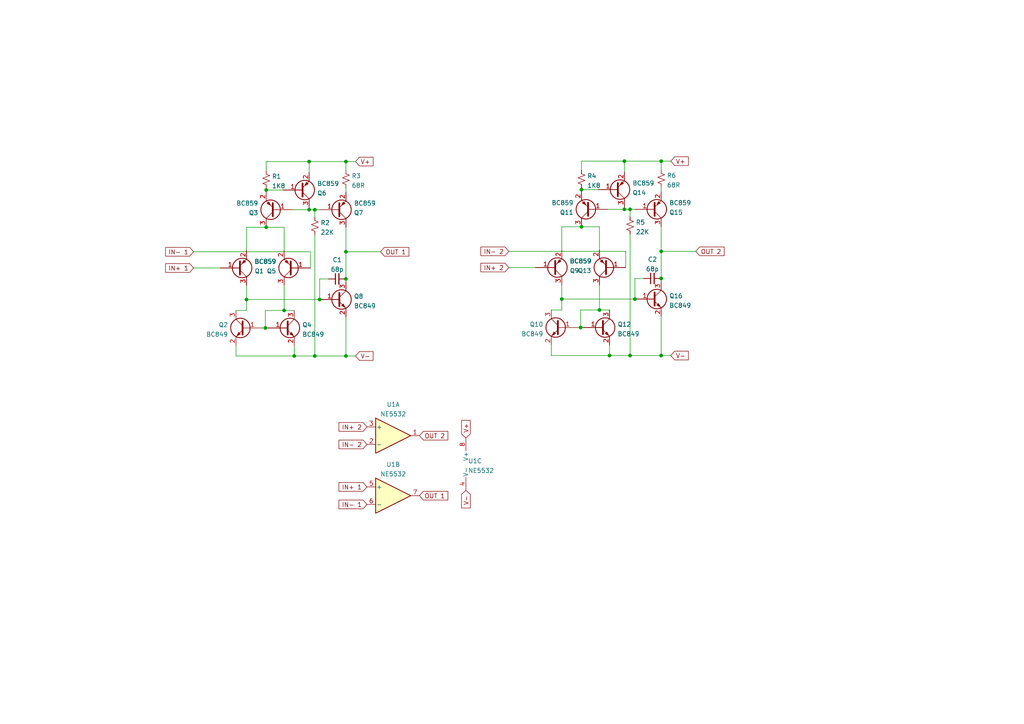
<source format=kicad_sch>
(kicad_sch (version 20211123) (generator eeschema)
  (paper "A4")
  (lib_symbols
    (symbol "Amplifier_Operational:NE5532" (pin_names (offset 0.127))
      (property "Reference" "U" (at 0 5.08 0))
      (property "Value" "NE5532" (at 0 -5.08 0))
      (symbol "NE5532_1_1"
        (polyline (pts (xy -5.08 5.08) (xy 5.08 0) (xy -5.08 -5.08) (xy -5.08 5.08)) (stroke (width 0.254)) (fill (type background)))
        (pin output line (at 7.62 0 180) (length 2.54) (name "~") (number "1"))
        (pin input line (at -7.62 -2.54 0) (length 2.54) (name "-") (number "2"))
        (pin input line (at -7.62 2.54 0) (length 2.54) (name "+") (number "3"))
      )
      (symbol "NE5532_2_1"
        (polyline (pts (xy -5.08 5.08) (xy 5.08 0) (xy -5.08 -5.08) (xy -5.08 5.08)) (stroke (width 0.254)) (fill (type background)))
        (pin input line (at -7.62 2.54 0) (length 2.54) (name "+") (number "5"))
        (pin input line (at -7.62 -2.54 0) (length 2.54) (name "-") (number "6"))
        (pin output line (at 7.62 0 180) (length 2.54) (name "~") (number "7"))
      )
      (symbol "NE5532_3_1"
        (pin power_in line (at -2.54 -7.62 90) (length 3.81) (name "V-") (number "4"))
        (pin power_in line (at -2.54 7.62 270) (length 3.81) (name "V+") (number "8"))
      )
    )
    (symbol "Device:C_Small" (pin_numbers hide) (pin_names (offset 0.254) hide)
      (property "Reference" "C" (at 0.254 1.778 0))
      (property "Value" "C_Small" (at 0.254 -2.032 0))
      (symbol "C_Small_0_1"
        (polyline (pts (xy -1.524 -0.508) (xy 1.524 -0.508)) (stroke (width 0.3302)))
        (polyline (pts (xy -1.524 0.508) (xy 1.524 0.508)) (stroke (width 0.3048)))
      )
      (symbol "C_Small_1_1"
        (pin passive line (at 0 2.54 270) (length 2.032) (name "~") (number "1"))
        (pin passive line (at 0 -2.54 90) (length 2.032) (name "~") (number "2"))
      )
    )
    (symbol "Device:R_Small_US" (pin_numbers hide) (pin_names (offset 0.254) hide)
      (property "Reference" "R" (at 0.762 0.508 0))
      (property "Value" "R_Small_US" (at 0.762 -1.016 0))
      (symbol "R_Small_US_1_1"
        (polyline (pts (xy 0 0) (xy 1.016 -0.381) (xy 0 -0.762) (xy -1.016 -1.143) (xy 0 -1.524)))
        (polyline (pts (xy 0 1.524) (xy 1.016 1.143) (xy 0 0.762) (xy -1.016 0.381) (xy 0 0)))
        (pin passive line (at 0 2.54 270) (length 1.016) (name "~") (number "1"))
        (pin passive line (at 0 -2.54 90) (length 1.016) (name "~") (number "2"))
      )
    )
    (symbol "Transistor_BJT:BC849" (pin_names (offset 0) hide)
      (property "Reference" "Q" (at 5.08 1.905 0))
      (property "Value" "BC849" (at 5.08 0 0))
      (symbol "BC849_0_1"
        (polyline (pts (xy 0.635 0.635) (xy 2.54 2.54)))
        (polyline (pts (xy 0.635 -0.635) (xy 2.54 -2.54) (xy 2.54 -2.54)))
        (polyline (pts (xy 0.635 1.905) (xy 0.635 -1.905) (xy 0.635 -1.905)) (stroke (width 0.508)))
        (polyline (pts (xy 1.27 -1.778) (xy 1.778 -1.27) (xy 2.286 -2.286) (xy 1.27 -1.778) (xy 1.27 -1.778)) (fill (type outline)))
        (circle (center 1.27 0) (radius 2.8194) (stroke (width 0.254)))
      )
      (symbol "BC849_1_1"
        (pin input line (at -5.08 0 0) (length 5.715) (name "B") (number "1"))
        (pin passive line (at 2.54 -5.08 90) (length 2.54) (name "E") (number "2"))
        (pin passive line (at 2.54 5.08 270) (length 2.54) (name "C") (number "3"))
      )
    )
    (symbol "Transistor_BJT:BC859" (pin_names (offset 0) hide)
      (property "Reference" "Q" (at 5.08 1.905 0))
      (property "Value" "BC859" (at 5.08 0 0))
      (symbol "BC859_0_1"
        (polyline (pts (xy 0.635 0.635) (xy 2.54 2.54)))
        (polyline (pts (xy 0.635 -0.635) (xy 2.54 -2.54) (xy 2.54 -2.54)))
        (polyline (pts (xy 0.635 1.905) (xy 0.635 -1.905) (xy 0.635 -1.905)) (stroke (width 0.508)))
        (polyline (pts (xy 2.286 -1.778) (xy 1.778 -2.286) (xy 1.27 -1.27) (xy 2.286 -1.778) (xy 2.286 -1.778)) (fill (type outline)))
        (circle (center 1.27 0) (radius 2.8194) (stroke (width 0.254)))
      )
      (symbol "BC859_1_1"
        (pin input line (at -5.08 0 0) (length 5.715) (name "B") (number "1"))
        (pin passive line (at 2.54 -5.08 90) (length 2.54) (name "E") (number "2"))
        (pin passive line (at 2.54 5.08 270) (length 2.54) (name "C") (number "3"))
      )
    )
  )
  (junction (at 191.77 103.124))
  (junction (at 168.656 65.786))
  (junction (at 168.656 54.991))
  (junction (at 85.344 103.251))
  (junction (at 77.216 65.913))
  (junction (at 191.77 72.898))
  (junction (at 71.501 86.868))
  (junction (at 191.77 46.736))
  (junction (at 176.784 103.124))
  (junction (at 100.33 80.899))
  (junction (at 100.33 103.251))
  (junction (at 181.102 46.736))
  (junction (at 182.753 60.706))
  (junction (at 76.962 95.123))
  (junction (at 182.753 103.124))
  (junction (at 181.102 60.706))
  (junction (at 100.33 73.025))
  (junction (at 168.402 94.996))
  (junction (at 184.15 86.741))
  (junction (at 89.662 60.833))
  (junction (at 100.33 46.863))
  (junction (at 191.77 80.772))
  (junction (at 91.313 103.251))
  (junction (at 77.216 55.118))
  (junction (at 89.662 46.863))
  (junction (at 92.71 86.868))
  (junction (at 82.423 90.043))
  (junction (at 173.863 89.916))
  (junction (at 162.941 86.741))
  (junction (at 91.313 60.833))
  (wire (pts (xy 162.941 86.741) (xy 162.941 82.677)))
  (wire (pts (xy 168.656 46.736) (xy 168.656 49.403)))
  (wire (pts (xy 159.893 103.124) (xy 176.784 103.124)))
  (wire (pts (xy 167.513 94.996) (xy 168.402 94.996)))
  (wire (pts (xy 68.453 100.203) (xy 68.453 103.251)))
  (wire (pts (xy 162.941 72.517) (xy 162.941 65.786)))
  (wire (pts (xy 173.863 89.916) (xy 168.402 89.916)))
  (wire (pts (xy 91.313 60.833) (xy 92.71 60.833)))
  (wire (pts (xy 182.753 60.706) (xy 184.15 60.706)))
  (wire (pts (xy 82.423 90.043) (xy 85.344 90.043)))
  (wire (pts (xy 77.216 55.118) (xy 77.216 55.753)))
  (wire (pts (xy 191.77 72.898) (xy 191.77 80.772)))
  (wire (pts (xy 162.941 65.786) (xy 168.656 65.786)))
  (wire (pts (xy 191.77 46.736) (xy 194.564 46.736)))
  (wire (pts (xy 90.043 73.025) (xy 90.043 77.724)))
  (wire (pts (xy 191.77 103.124) (xy 182.753 103.124)))
  (wire (pts (xy 176.276 60.706) (xy 181.102 60.706)))
  (wire (pts (xy 82.423 65.913) (xy 77.216 65.913)))
  (wire (pts (xy 159.893 100.076) (xy 159.893 103.124)))
  (wire (pts (xy 100.33 49.403) (xy 100.33 46.863)))
  (wire (pts (xy 56.134 73.025) (xy 90.043 73.025)))
  (wire (pts (xy 168.656 54.483) (xy 168.656 54.991)))
  (wire (pts (xy 89.662 46.863) (xy 77.216 46.863)))
  (wire (pts (xy 71.501 86.868) (xy 71.501 82.804)))
  (wire (pts (xy 173.863 72.517) (xy 173.863 65.786)))
  (wire (pts (xy 162.941 86.741) (xy 184.15 86.741)))
  (wire (pts (xy 182.753 103.124) (xy 176.784 103.124)))
  (wire (pts (xy 82.423 82.804) (xy 82.423 90.043)))
  (wire (pts (xy 71.501 90.043) (xy 71.501 86.868)))
  (wire (pts (xy 100.33 46.863) (xy 103.124 46.863)))
  (wire (pts (xy 100.33 46.863) (xy 89.662 46.863)))
  (wire (pts (xy 181.102 60.706) (xy 182.753 60.706)))
  (wire (pts (xy 181.102 46.736) (xy 181.102 49.911)))
  (wire (pts (xy 100.33 103.251) (xy 91.313 103.251)))
  (wire (pts (xy 68.453 103.251) (xy 85.344 103.251)))
  (wire (pts (xy 100.33 91.948) (xy 100.33 103.251)))
  (wire (pts (xy 159.893 89.916) (xy 162.941 89.916)))
  (wire (pts (xy 173.863 82.677) (xy 173.863 89.916)))
  (wire (pts (xy 82.423 90.043) (xy 76.962 90.043)))
  (wire (pts (xy 100.33 65.913) (xy 100.33 73.025)))
  (wire (pts (xy 191.77 49.276) (xy 191.77 46.736)))
  (wire (pts (xy 173.863 65.786) (xy 168.656 65.786)))
  (wire (pts (xy 100.33 103.251) (xy 103.124 103.251)))
  (wire (pts (xy 181.483 72.898) (xy 181.483 77.597)))
  (wire (pts (xy 191.77 65.786) (xy 191.77 72.898)))
  (wire (pts (xy 191.77 80.772) (xy 191.77 81.661)))
  (wire (pts (xy 176.784 103.124) (xy 176.784 100.076)))
  (wire (pts (xy 56.134 77.724) (xy 63.881 77.724)))
  (wire (pts (xy 147.574 72.898) (xy 181.483 72.898)))
  (wire (pts (xy 77.216 46.863) (xy 77.216 49.53)))
  (wire (pts (xy 191.77 91.821) (xy 191.77 103.124)))
  (wire (pts (xy 77.216 55.118) (xy 82.042 55.118)))
  (wire (pts (xy 184.15 80.772) (xy 184.15 86.741)))
  (wire (pts (xy 89.662 60.833) (xy 91.313 60.833)))
  (wire (pts (xy 168.656 54.991) (xy 168.656 55.626)))
  (wire (pts (xy 191.77 72.898) (xy 201.803 72.898)))
  (wire (pts (xy 168.402 89.916) (xy 168.402 94.996)))
  (wire (pts (xy 71.501 65.913) (xy 77.216 65.913)))
  (wire (pts (xy 71.501 86.868) (xy 92.71 86.868)))
  (wire (pts (xy 76.073 95.123) (xy 76.962 95.123)))
  (wire (pts (xy 91.313 60.833) (xy 91.313 62.992)))
  (wire (pts (xy 162.941 89.916) (xy 162.941 86.741)))
  (wire (pts (xy 182.753 60.706) (xy 182.753 62.865)))
  (wire (pts (xy 89.662 46.863) (xy 89.662 50.038)))
  (wire (pts (xy 191.77 46.736) (xy 181.102 46.736)))
  (wire (pts (xy 147.574 77.597) (xy 155.321 77.597)))
  (wire (pts (xy 100.33 54.483) (xy 100.33 55.753)))
  (wire (pts (xy 191.77 54.356) (xy 191.77 55.626)))
  (wire (pts (xy 100.33 73.025) (xy 110.363 73.025)))
  (wire (pts (xy 92.71 80.899) (xy 92.71 86.868)))
  (wire (pts (xy 91.313 103.251) (xy 85.344 103.251)))
  (wire (pts (xy 182.753 67.945) (xy 182.753 103.124)))
  (wire (pts (xy 168.402 94.996) (xy 169.164 94.996)))
  (wire (pts (xy 76.962 95.123) (xy 77.724 95.123)))
  (wire (pts (xy 181.102 46.736) (xy 168.656 46.736)))
  (wire (pts (xy 84.836 60.833) (xy 89.662 60.833)))
  (wire (pts (xy 71.501 72.644) (xy 71.501 65.913)))
  (wire (pts (xy 181.102 60.071) (xy 181.102 60.706)))
  (wire (pts (xy 173.863 89.916) (xy 176.784 89.916)))
  (wire (pts (xy 82.423 72.644) (xy 82.423 65.913)))
  (wire (pts (xy 95.25 80.899) (xy 92.71 80.899)))
  (wire (pts (xy 168.656 54.991) (xy 173.482 54.991)))
  (wire (pts (xy 76.962 90.043) (xy 76.962 95.123)))
  (wire (pts (xy 186.69 80.772) (xy 184.15 80.772)))
  (wire (pts (xy 89.662 60.198) (xy 89.662 60.833)))
  (wire (pts (xy 100.33 73.025) (xy 100.33 80.899)))
  (wire (pts (xy 85.344 103.251) (xy 85.344 100.203)))
  (wire (pts (xy 191.77 103.124) (xy 194.564 103.124)))
  (wire (pts (xy 77.216 54.61) (xy 77.216 55.118)))
  (wire (pts (xy 100.33 80.899) (xy 100.33 81.788)))
  (wire (pts (xy 68.453 90.043) (xy 71.501 90.043)))
  (wire (pts (xy 91.313 68.072) (xy 91.313 103.251)))
  (global_label "IN+ 2" (shape input) (at 147.574 77.597 180) (property "Intersheet References" "${INTERSHEET_REFS}" (effects hide)))
  (global_label "IN- 1" (shape input) (at 106.426 146.304 180) (property "Intersheet References" "${INTERSHEET_REFS}" (effects hide)))
  (global_label "V-" (shape input) (at 135.128 142.24 270) (property "Intersheet References" "${INTERSHEET_REFS}" (effects hide)))
  (global_label "IN- 2" (shape input) (at 106.426 128.905 180) (property "Intersheet References" "${INTERSHEET_REFS}" (effects hide)))
  (global_label "V+" (shape input) (at 194.564 46.736 0) (property "Intersheet References" "${INTERSHEET_REFS}" (effects hide)))
  (global_label "V+" (shape input) (at 103.124 46.863 0) (property "Intersheet References" "${INTERSHEET_REFS}" (effects hide)))
  (global_label "IN+ 2" (shape input) (at 106.426 123.825 180) (property "Intersheet References" "${INTERSHEET_REFS}" (effects hide)))
  (global_label "IN+ 1" (shape input) (at 106.426 141.224 180) (property "Intersheet References" "${INTERSHEET_REFS}" (effects hide)))
  (global_label "OUT 1" (shape input) (at 110.363 73.025 0) (property "Intersheet References" "${INTERSHEET_REFS}" (effects hide)))
  (global_label "V-" (shape input) (at 103.124 103.251 0) (property "Intersheet References" "${INTERSHEET_REFS}" (effects hide)))
  (global_label "OUT 2" (shape input) (at 201.803 72.898 0) (property "Intersheet References" "${INTERSHEET_REFS}" (effects hide)))
  (global_label "IN- 1" (shape input) (at 56.134 73.025 180) (property "Intersheet References" "${INTERSHEET_REFS}" (effects hide)))
  (global_label "OUT 2" (shape input) (at 121.666 126.365 0) (property "Intersheet References" "${INTERSHEET_REFS}" (effects hide)))
  (global_label "OUT 1" (shape input) (at 121.666 143.764 0) (property "Intersheet References" "${INTERSHEET_REFS}" (effects hide)))
  (global_label "V+" (shape input) (at 135.128 127 90) (property "Intersheet References" "${INTERSHEET_REFS}" (effects hide)))
  (global_label "V-" (shape input) (at 194.564 103.124 0) (property "Intersheet References" "${INTERSHEET_REFS}" (effects hide)))
  (global_label "IN+ 1" (shape input) (at 56.134 77.724 180) (property "Intersheet References" "${INTERSHEET_REFS}" (effects hide)))
  (global_label "IN- 2" (shape input) (at 147.574 72.898 180) (property "Intersheet References" "${INTERSHEET_REFS}" (effects hide)))
  (symbol (lib_id "Transistor_BJT:BC849") (at 189.23 86.741 0) (unit 1)
    (property "Reference" "Q16" (at 194.0814 85.8325 0) (effects (justify left)))
    (property "Value" "BC849" (at 194.0814 88.6076 0) (effects (justify left)))
    (property "Footprint" "Package_TO_SOT_SMD:SOT-23" (effects hide))
    (property "Datasheet" "http://www.infineon.com/dgdl/Infineon-BC847SERIES_BC848SERIES_BC849SERIES_BC850SERIES-DS-v01_01-en.pdf?fileId=db3a304314dca389011541d4630a1657" (effects hide))
  )
  (symbol (lib_id "Amplifier_Operational:NE5532") (at 137.668 134.62 0) (unit 3)
    (property "Reference" "U1" (at 135.763 133.7115 0) (effects (justify left)))
    (property "Value" "NE5532" (at 135.763 136.4866 0) (effects (justify left)))
    (property "Footprint" "Package_DIP:DIP-8_W7.62mm_Socket" (effects hide))
    (property "Datasheet" "http://www.ti.com/lit/ds/symlink/ne5532.pdf" (effects hide))
  )
  (symbol (lib_id "Amplifier_Operational:NE5532") (at 114.046 143.764 0) (unit 2)
    (property "Reference" "U1" (at 114.046 134.7175 0))
    (property "Value" "NE5532" (at 114.046 137.4926 0))
    (property "Footprint" "Package_DIP:DIP-8_W7.62mm_Socket" (effects hide))
    (property "Datasheet" "http://www.ti.com/lit/ds/symlink/ne5532.pdf" (effects hide))
  )
  (symbol (lib_id "Transistor_BJT:BC859") (at 189.23 60.706 0) (mirror x) (unit 1)
    (property "Reference" "Q15" (at 194.0814 61.6145 0) (effects (justify left)))
    (property "Value" "BC859" (at 194.0814 58.8394 0) (effects (justify left)))
    (property "Footprint" "Package_TO_SOT_SMD:SOT-23" (effects hide))
    (property "Datasheet" "http://www.infineon.com/dgdl/Infineon-BC857SERIES_BC858SERIES_BC859SERIES_BC860SERIES-DS-v01_01-en.pdf?fileId=db3a304314dca389011541da0e3a1661" (effects hide))
  )
  (symbol (lib_id "Device:R_Small_US") (at 91.313 65.532 0) (unit 1)
    (property "Reference" "R2" (at 92.964 64.6235 0) (effects (justify left)))
    (property "Value" "22K" (at 92.964 67.3986 0) (effects (justify left)))
    (property "Footprint" "Resistor_SMD:R_0805_2012Metric" (effects hide))
  )
  (symbol (lib_id "Transistor_BJT:BC849") (at 97.79 86.868 0) (unit 1)
    (property "Reference" "Q8" (at 102.6414 85.9595 0) (effects (justify left)))
    (property "Value" "BC849" (at 102.6414 88.7346 0) (effects (justify left)))
    (property "Footprint" "Package_TO_SOT_SMD:SOT-23" (effects hide))
    (property "Datasheet" "http://www.infineon.com/dgdl/Infineon-BC847SERIES_BC848SERIES_BC849SERIES_BC850SERIES-DS-v01_01-en.pdf?fileId=db3a304314dca389011541d4630a1657" (effects hide))
  )
  (symbol (lib_id "Transistor_BJT:BC849") (at 82.804 95.123 0) (unit 1)
    (property "Reference" "Q4" (at 87.6554 94.2145 0) (effects (justify left)))
    (property "Value" "BC849" (at 87.6554 96.9896 0) (effects (justify left)))
    (property "Footprint" "Package_TO_SOT_SMD:SOT-23" (effects hide))
    (property "Datasheet" "http://www.infineon.com/dgdl/Infineon-BC847SERIES_BC848SERIES_BC849SERIES_BC850SERIES-DS-v01_01-en.pdf?fileId=db3a304314dca389011541d4630a1657" (effects hide))
  )
  (symbol (lib_id "Transistor_BJT:BC859") (at 87.122 55.118 0) (mirror x) (unit 1)
    (property "Reference" "Q6" (at 91.9734 56.0265 0) (effects (justify left)))
    (property "Value" "BC859" (at 91.9734 53.2514 0) (effects (justify left)))
    (property "Footprint" "Package_TO_SOT_SMD:SOT-23" (effects hide))
    (property "Datasheet" "http://www.infineon.com/dgdl/Infineon-BC857SERIES_BC858SERIES_BC859SERIES_BC860SERIES-DS-v01_01-en.pdf?fileId=db3a304314dca389011541da0e3a1661" (effects hide))
  )
  (symbol (lib_id "Transistor_BJT:BC849") (at 70.993 95.123 0) (mirror y) (unit 1)
    (property "Reference" "Q2" (at 66.1416 94.2145 0) (effects (justify left)))
    (property "Value" "BC849" (at 66.1416 96.9896 0) (effects (justify left)))
    (property "Footprint" "Package_TO_SOT_SMD:SOT-23" (effects hide))
    (property "Datasheet" "http://www.infineon.com/dgdl/Infineon-BC847SERIES_BC848SERIES_BC849SERIES_BC850SERIES-DS-v01_01-en.pdf?fileId=db3a304314dca389011541d4630a1657" (effects hide))
  )
  (symbol (lib_id "Device:R_Small_US") (at 168.656 51.943 0) (unit 1)
    (property "Reference" "R4" (at 170.307 51.0345 0) (effects (justify left)))
    (property "Value" "1K8" (at 170.307 53.8096 0) (effects (justify left)))
    (property "Footprint" "Resistor_SMD:R_0805_2012Metric" (effects hide))
  )
  (symbol (lib_id "Transistor_BJT:BC859") (at 176.403 77.597 180) (unit 1)
    (property "Reference" "Q13" (at 171.5516 78.5055 0) (effects (justify left)))
    (property "Value" "BC859" (at 171.5516 75.7304 0) (effects (justify left)))
    (property "Footprint" "Package_TO_SOT_SMD:SOT-23" (effects hide))
    (property "Datasheet" "http://www.infineon.com/dgdl/Infineon-BC857SERIES_BC858SERIES_BC859SERIES_BC860SERIES-DS-v01_01-en.pdf?fileId=db3a304314dca389011541da0e3a1661" (effects hide))
  )
  (symbol (lib_id "Transistor_BJT:BC859") (at 84.963 77.724 180) (unit 1)
    (property "Reference" "Q5" (at 80.1116 78.6325 0) (effects (justify left)))
    (property "Value" "BC859" (at 80.1116 75.8574 0) (effects (justify left)))
    (property "Footprint" "Package_TO_SOT_SMD:SOT-23" (effects hide))
    (property "Datasheet" "http://www.infineon.com/dgdl/Infineon-BC857SERIES_BC858SERIES_BC859SERIES_BC860SERIES-DS-v01_01-en.pdf?fileId=db3a304314dca389011541da0e3a1661" (effects hide))
  )
  (symbol (lib_id "Device:R_Small_US") (at 100.33 51.943 0) (unit 1)
    (property "Reference" "R3" (at 101.981 51.0345 0) (effects (justify left)))
    (property "Value" "68R" (at 101.981 53.8096 0) (effects (justify left)))
    (property "Footprint" "Resistor_SMD:R_0805_2012Metric" (effects hide))
  )
  (symbol (lib_id "Transistor_BJT:BC859") (at 160.401 77.597 0) (mirror x) (unit 1)
    (property "Reference" "Q9" (at 165.2524 78.5055 0) (effects (justify left)))
    (property "Value" "BC859" (at 165.2524 75.7304 0) (effects (justify left)))
    (property "Footprint" "Package_TO_SOT_SMD:SOT-23" (effects hide))
    (property "Datasheet" "http://www.infineon.com/dgdl/Infineon-BC857SERIES_BC858SERIES_BC859SERIES_BC860SERIES-DS-v01_01-en.pdf?fileId=db3a304314dca389011541da0e3a1661" (effects hide))
  )
  (symbol (lib_id "Transistor_BJT:BC859") (at 171.196 60.706 180) (unit 1)
    (property "Reference" "Q11" (at 166.3446 61.6145 0) (effects (justify left)))
    (property "Value" "BC859" (at 166.3446 58.8394 0) (effects (justify left)))
    (property "Footprint" "Package_TO_SOT_SMD:SOT-23" (effects hide))
    (property "Datasheet" "http://www.infineon.com/dgdl/Infineon-BC857SERIES_BC858SERIES_BC859SERIES_BC860SERIES-DS-v01_01-en.pdf?fileId=db3a304314dca389011541da0e3a1661" (effects hide))
  )
  (symbol (lib_id "Transistor_BJT:BC859") (at 68.961 77.724 0) (mirror x) (unit 1)
    (property "Reference" "Q1" (at 73.8124 78.6325 0) (effects (justify left)))
    (property "Value" "BC859" (at 73.8124 75.8574 0) (effects (justify left)))
    (property "Footprint" "Package_TO_SOT_SMD:SOT-23" (effects hide))
    (property "Datasheet" "http://www.infineon.com/dgdl/Infineon-BC857SERIES_BC858SERIES_BC859SERIES_BC860SERIES-DS-v01_01-en.pdf?fileId=db3a304314dca389011541da0e3a1661" (effects hide))
  )
  (symbol (lib_id "Transistor_BJT:BC859") (at 79.756 60.833 180) (unit 1)
    (property "Reference" "Q3" (at 74.9046 61.7415 0) (effects (justify left)))
    (property "Value" "BC859" (at 74.9046 58.9664 0) (effects (justify left)))
    (property "Footprint" "Package_TO_SOT_SMD:SOT-23" (effects hide))
    (property "Datasheet" "http://www.infineon.com/dgdl/Infineon-BC857SERIES_BC858SERIES_BC859SERIES_BC860SERIES-DS-v01_01-en.pdf?fileId=db3a304314dca389011541da0e3a1661" (effects hide))
  )
  (symbol (lib_id "Device:C_Small") (at 189.23 80.772 90) (unit 1)
    (property "Reference" "C2" (at 189.2363 75.2434 90))
    (property "Value" "68p" (at 189.2363 78.0185 90))
    (property "Footprint" "Capacitor_SMD:C_0805_2012Metric" (effects hide))
  )
  (symbol (lib_id "Device:R_Small_US") (at 182.753 65.405 0) (unit 1)
    (property "Reference" "R5" (at 184.404 64.4965 0) (effects (justify left)))
    (property "Value" "22K" (at 184.404 67.2716 0) (effects (justify left)))
    (property "Footprint" "Resistor_SMD:R_0805_2012Metric" (effects hide))
  )
  (symbol (lib_id "Transistor_BJT:BC849") (at 162.433 94.996 0) (mirror y) (unit 1)
    (property "Reference" "Q10" (at 157.5816 94.0875 0) (effects (justify left)))
    (property "Value" "BC849" (at 157.5816 96.8626 0) (effects (justify left)))
    (property "Footprint" "Package_TO_SOT_SMD:SOT-23" (effects hide))
    (property "Datasheet" "http://www.infineon.com/dgdl/Infineon-BC847SERIES_BC848SERIES_BC849SERIES_BC850SERIES-DS-v01_01-en.pdf?fileId=db3a304314dca389011541d4630a1657" (effects hide))
  )
  (symbol (lib_id "Amplifier_Operational:NE5532") (at 114.046 126.365 0) (unit 1)
    (property "Reference" "U1" (at 114.046 117.3185 0))
    (property "Value" "NE5532" (at 114.046 120.0936 0))
    (property "Footprint" "Package_DIP:DIP-8_W7.62mm_Socket" (effects hide))
    (property "Datasheet" "http://www.ti.com/lit/ds/symlink/ne5532.pdf" (effects hide))
  )
  (symbol (lib_id "Device:R_Small_US") (at 77.216 52.07 0) (unit 1)
    (property "Reference" "R1" (at 78.867 51.1615 0) (effects (justify left)))
    (property "Value" "1K8" (at 78.867 53.9366 0) (effects (justify left)))
    (property "Footprint" "Resistor_SMD:R_0805_2012Metric" (effects hide))
  )
  (symbol (lib_id "Device:R_Small_US") (at 191.77 51.816 0) (unit 1)
    (property "Reference" "R6" (at 193.421 50.9075 0) (effects (justify left)))
    (property "Value" "68R" (at 193.421 53.6826 0) (effects (justify left)))
    (property "Footprint" "Resistor_SMD:R_0805_2012Metric" (effects hide))
  )
  (symbol (lib_id "Device:C_Small") (at 97.79 80.899 90) (unit 1)
    (property "Reference" "C1" (at 97.7963 75.3704 90))
    (property "Value" "68p" (at 97.7963 78.1455 90))
    (property "Footprint" "Capacitor_SMD:C_0805_2012Metric" (effects hide))
  )
  (symbol (lib_id "Transistor_BJT:BC849") (at 174.244 94.996 0) (unit 1)
    (property "Reference" "Q12" (at 179.0954 94.0875 0) (effects (justify left)))
    (property "Value" "BC849" (at 179.0954 96.8626 0) (effects (justify left)))
    (property "Footprint" "Package_TO_SOT_SMD:SOT-23" (effects hide))
    (property "Datasheet" "http://www.infineon.com/dgdl/Infineon-BC847SERIES_BC848SERIES_BC849SERIES_BC850SERIES-DS-v01_01-en.pdf?fileId=db3a304314dca389011541d4630a1657" (effects hide))
  )
  (symbol (lib_id "Transistor_BJT:BC859") (at 178.562 54.991 0) (mirror x) (unit 1)
    (property "Reference" "Q14" (at 183.4134 55.8995 0) (effects (justify left)))
    (property "Value" "BC859" (at 183.4134 53.1244 0) (effects (justify left)))
    (property "Footprint" "Package_TO_SOT_SMD:SOT-23" (effects hide))
    (property "Datasheet" "http://www.infineon.com/dgdl/Infineon-BC857SERIES_BC858SERIES_BC859SERIES_BC860SERIES-DS-v01_01-en.pdf?fileId=db3a304314dca389011541da0e3a1661" (effects hide))
  )
  (symbol (lib_id "Transistor_BJT:BC859") (at 97.79 60.833 0) (mirror x) (unit 1)
    (property "Reference" "Q7" (at 102.6414 61.7415 0) (effects (justify left)))
    (property "Value" "BC859" (at 102.6414 58.9664 0) (effects (justify left)))
    (property "Footprint" "Package_TO_SOT_SMD:SOT-23" (effects hide))
    (property "Datasheet" "http://www.infineon.com/dgdl/Infineon-BC857SERIES_BC858SERIES_BC859SERIES_BC860SERIES-DS-v01_01-en.pdf?fileId=db3a304314dca389011541da0e3a1661" (effects hide))
  )
)
</source>
